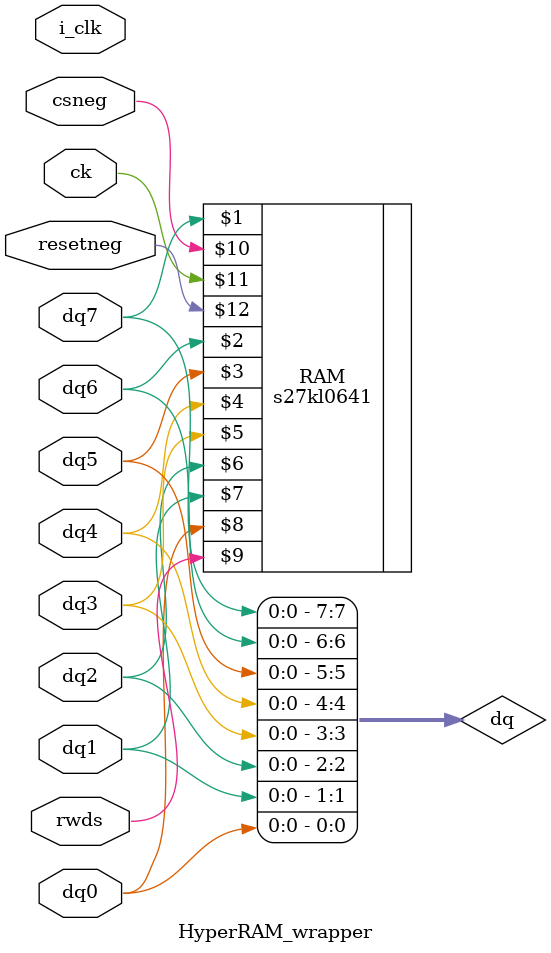
<source format=v>
`timescale 1ns/1ns
module HyperRAM_wrapper(
    dq7      ,
    dq6      ,
    dq5      ,
    dq4      ,
    dq3      ,
    dq2      ,
    dq1      ,
    dq0      ,
    rwds     ,

    csneg    ,
    ck       ,
    resetneg ,
    i_clk   
);

inout  dq7;
inout  dq6;
inout  dq5;
inout  dq4;
inout  dq3;
inout  dq2;
inout  dq1;
inout  dq0;
inout  rwds;
input i_clk;
input  csneg;
input  ck;
input  resetneg;


wire [7:0] dq;
assign dq={dq7,dq6,dq5,dq4,dq3,dq2,dq1,dq0};


s27kl0641
	#(
	.TimingModel("S27KL0641DABHI000"))
RAM
(
    dq7      ,
    dq6      ,
    dq5      ,
    dq4      ,
    dq3      ,
    dq2      ,
    dq1      ,
    dq0      ,
    rwds     ,

    csneg    ,
    ck       ,
    resetneg
    );


	initial begin
		// #160e6;
		$dumpfile("dump.vcd");
		$dumpvars;
	end


endmodule

</source>
